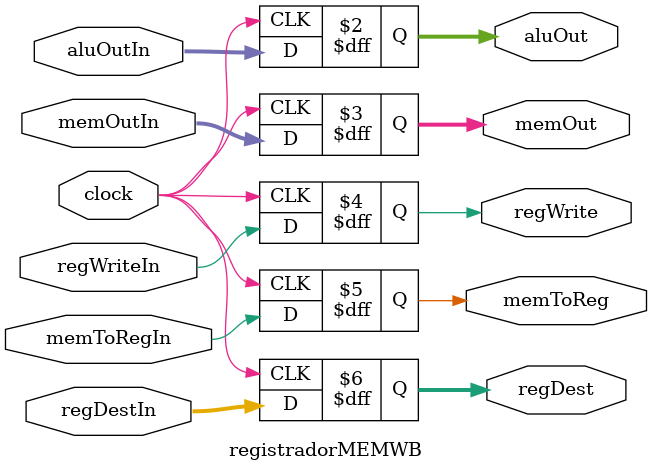
<source format=v>
module registradorMEMWB(clock, aluOutIn, memOutIn, regWriteIn, memToRegIn, regDestIn, aluOut, memOut, regWrite, memToReg, regDest);

    input wire clock;
    input wire [31:0] aluOutIn;
    input wire [31:0] memOutIn;
    input wire regWriteIn;
    input wire memToRegIn;
    input wire [4:0] regDestIn;

    output reg [31:0] aluOut;
    output reg [31:0] memOut;
    output reg regWrite;
    output reg memToReg;
    output reg [4:0] regDest;

    always @ (posedge clock)
    begin: REGISTRADORMEMEB
        regDest = regDestIn;
        regWrite = regWriteIn;
        aluOut = aluOutIn;
        memOut = memOutIn;
        memToReg = memToRegIn;
    end
endmodule
</source>
